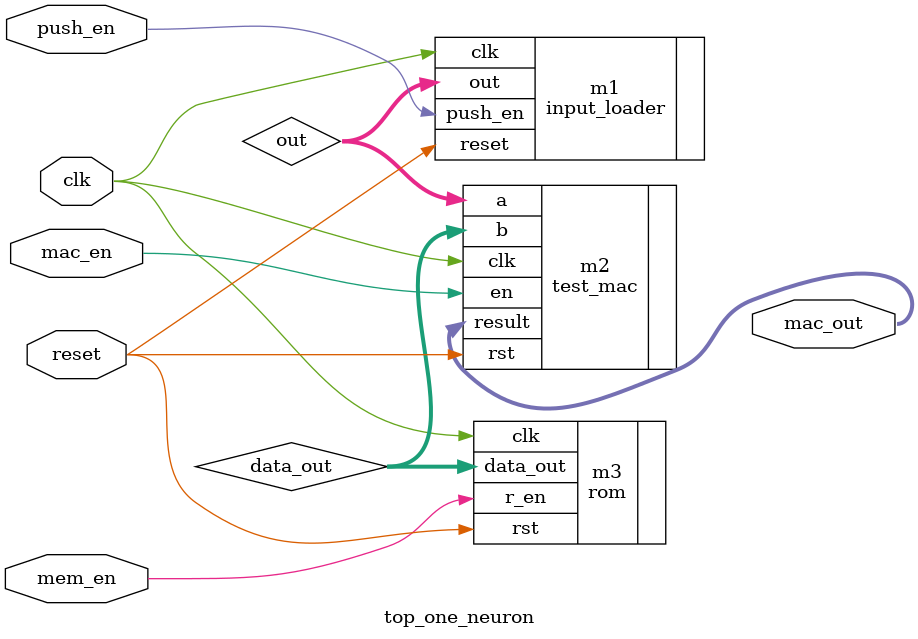
<source format=v>
`timescale 1ns / 1ps


module top_one_neuron(input clk,reset,push_en,mac_en,mem_en,output [17:0]mac_out);
wire [7:0]out;
wire [7:0]data_out;
input_loader m1(.clk(clk),.reset(reset),.push_en(push_en),.out(out));
rom m3(.clk(clk),.rst(reset),.data_out(data_out),.r_en(mem_en));
test_mac m2(.clk(clk),.rst(reset),.en(mac_en),.a(out),.b(data_out),.result(mac_out));
endmodule

</source>
